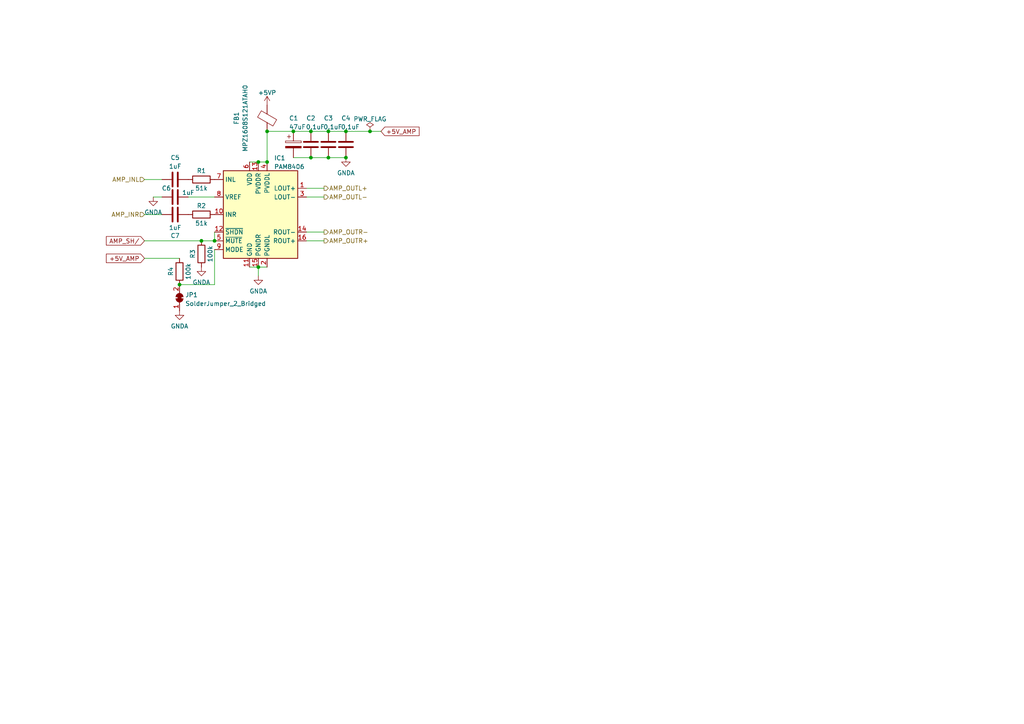
<source format=kicad_sch>
(kicad_sch (version 20230121) (generator eeschema)
  (paper "A4")
  (lib_symbols
    (symbol "Bela:PAM8406"
      (property "Reference" "IC" (at 3.81 13.97 0))
      (property "Value" "PAM8406" (at 10.16 -16.51 0))
      (symbol "PAM8406_0_1"
        (rectangle (start -10.16 11.43) (end 11.43 -13.97) (stroke (width 0.254)) (fill (type background)))
      )
      (symbol "PAM8406_1_1"
        (pin output line (at 13.97 6.35 180) (length 2.54) (name "LOUT+") (number "1"))
        (pin input line (at -12.7 -1.27 0) (length 2.54) (name "INR") (number "10"))
        (pin power_in line (at -2.54 -16.51 90) (length 2.54) (name "GND") (number "11"))
        (pin input line (at -12.7 -6.35 0) (length 2.54) (name "~{SHDN}") (number "12"))
        (pin power_in line (at 0 13.97 270) (length 2.54) (name "PVDDR") (number "13"))
        (pin output line (at 13.97 -6.35 180) (length 2.54) (name "ROUT-") (number "14"))
        (pin power_in line (at 0 -16.51 90) (length 2.54) (name "PGNDR") (number "15"))
        (pin output line (at 13.97 -8.89 180) (length 2.54) (name "ROUT+") (number "16"))
        (pin power_in line (at 2.54 -16.51 90) (length 2.54) (name "PGNDL") (number "2"))
        (pin output line (at 13.97 3.81 180) (length 2.54) (name "LOUT-") (number "3"))
        (pin power_in line (at 2.54 13.97 270) (length 2.54) (name "PVDDL") (number "4"))
        (pin input line (at -12.7 -8.89 0) (length 2.54) (name "~{MUTE}") (number "5"))
        (pin power_in line (at -2.54 13.97 270) (length 2.54) (name "VDD") (number "6"))
        (pin input line (at -12.7 8.89 0) (length 2.54) (name "INL") (number "7"))
        (pin input line (at -12.7 3.81 0) (length 2.54) (name "VREF") (number "8"))
        (pin input line (at -12.7 -11.43 0) (length 2.54) (name "MODE") (number "9"))
      )
    )
    (symbol "Device:C" (pin_numbers hide) (pin_names (offset 0.254))
      (property "Reference" "C" (at 0.635 2.54 0))
      (property "Value" "C" (at 0.635 -2.54 0))
      (symbol "C_0_1"
        (polyline (pts (xy -2.032 -0.762) (xy 2.032 -0.762)) (stroke (width 0.508)))
        (polyline (pts (xy -2.032 0.762) (xy 2.032 0.762)) (stroke (width 0.508)))
      )
      (symbol "C_1_1"
        (pin passive line (at 0 3.81 270) (length 2.794) (name "~") (number "1"))
        (pin passive line (at 0 -3.81 90) (length 2.794) (name "~") (number "2"))
      )
    )
    (symbol "Device:C_Polarized" (pin_numbers hide) (pin_names (offset 0.254))
      (property "Reference" "C" (at 0.635 2.54 0))
      (property "Value" "C_Polarized" (at 0.635 -2.54 0))
      (symbol "C_Polarized_0_1"
        (rectangle (start -2.286 0.508) (end 2.286 1.016))
        (polyline (pts (xy -1.778 2.286) (xy -0.762 2.286)))
        (polyline (pts (xy -1.27 2.794) (xy -1.27 1.778)))
        (rectangle (start 2.286 -0.508) (end -2.286 -1.016) (fill (type outline)))
      )
      (symbol "C_Polarized_1_1"
        (pin passive line (at 0 3.81 270) (length 2.794) (name "~") (number "1"))
        (pin passive line (at 0 -3.81 90) (length 2.794) (name "~") (number "2"))
      )
    )
    (symbol "Device:FerriteBead" (pin_numbers hide) (pin_names (offset 0))
      (property "Reference" "FB" (at -3.81 0.635 90))
      (property "Value" "FerriteBead" (at 3.81 0 90))
      (symbol "FerriteBead_0_1"
        (polyline (pts (xy 0 -1.27) (xy 0 -1.2192)))
        (polyline (pts (xy 0 1.27) (xy 0 1.2954)))
        (polyline (pts (xy -2.7686 0.4064) (xy -1.7018 2.2606) (xy 2.7686 -0.3048) (xy 1.6764 -2.159) (xy -2.7686 0.4064)))
      )
      (symbol "FerriteBead_1_1"
        (pin passive line (at 0 3.81 270) (length 2.54) (name "~") (number "1"))
        (pin passive line (at 0 -3.81 90) (length 2.54) (name "~") (number "2"))
      )
    )
    (symbol "Device:R" (pin_numbers hide) (pin_names (offset 0))
      (property "Reference" "R" (at 2.032 0 90))
      (property "Value" "R" (at 0 0 90))
      (symbol "R_0_1"
        (rectangle (start -1.016 -2.54) (end 1.016 2.54) (stroke (width 0.254)))
      )
      (symbol "R_1_1"
        (pin passive line (at 0 3.81 270) (length 1.27) (name "~") (number "1"))
        (pin passive line (at 0 -3.81 90) (length 1.27) (name "~") (number "2"))
      )
    )
    (symbol "Jumper:SolderJumper_2_Bridged" (pin_names (offset 0) hide)
      (property "Reference" "JP" (at 0 2.032 0))
      (property "Value" "SolderJumper_2_Bridged" (at 0 -2.54 0))
      (symbol "SolderJumper_2_Bridged_0_1"
        (rectangle (start -0.508 0.508) (end 0.508 -0.508) (fill (type outline)))
        (arc (start -0.254 1.016) (mid -1.2655 0) (end -0.254 -1.016))
        (arc (start -0.254 1.016) (mid -1.2655 0) (end -0.254 -1.016) (fill (type outline)))
        (polyline (pts (xy -0.254 1.016) (xy -0.254 -1.016)))
        (polyline (pts (xy 0.254 1.016) (xy 0.254 -1.016)))
        (arc (start 0.254 -1.016) (mid 1.2655 0) (end 0.254 1.016))
        (arc (start 0.254 -1.016) (mid 1.2655 0) (end 0.254 1.016) (fill (type outline)))
      )
      (symbol "SolderJumper_2_Bridged_1_1"
        (pin passive line (at -3.81 0 0) (length 2.54) (name "A") (number "1"))
        (pin passive line (at 3.81 0 180) (length 2.54) (name "B") (number "2"))
      )
    )
    (symbol "power:+5VP" (power) (pin_names (offset 0))
      (property "Value" "+5VP" (at 0 3.556 0))
      (symbol "+5VP_0_1"
        (polyline (pts (xy -0.762 1.27) (xy 0 2.54)))
        (polyline (pts (xy 0 0) (xy 0 2.54)))
        (polyline (pts (xy 0 2.54) (xy 0.762 1.27)))
      )
      (symbol "+5VP_1_1"
        (pin power_in line (at 0 0 90) (length 0) hide (name "+5VP") (number "1"))
      )
    )
    (symbol "power:GNDA" (power) (pin_names (offset 0))
      (property "Value" "GNDA" (at 0 -3.81 0))
      (symbol "GNDA_0_1"
        (polyline (pts (xy 0 0) (xy 0 -1.27) (xy 1.27 -1.27) (xy 0 -2.54) (xy -1.27 -1.27) (xy 0 -1.27)))
      )
      (symbol "GNDA_1_1"
        (pin power_in line (at 0 0 270) (length 0) hide (name "GNDA") (number "1"))
      )
    )
    (symbol "power:PWR_FLAG" (power) (pin_numbers hide) (pin_names (offset 0) hide)
      (property "Value" "PWR_FLAG" (at 0 3.81 0))
      (symbol "PWR_FLAG_0_0"
        (pin power_out line (at 0 0 90) (length 0) (name "pwr") (number "1"))
      )
      (symbol "PWR_FLAG_0_1"
        (polyline (pts (xy 0 0) (xy 0 1.27) (xy -1.016 1.905) (xy 0 2.54) (xy 1.016 1.905) (xy 0 1.27)))
      )
    )
  )
  (junction (at 52.07 82.55))
  (junction (at 95.25 45.72))
  (junction (at 100.33 45.72))
  (junction (at 74.93 77.47))
  (junction (at 77.47 38.1))
  (junction (at 107.315 38.1))
  (junction (at 74.93 46.99))
  (junction (at 95.25 38.1))
  (junction (at 90.17 45.72))
  (junction (at 90.17 38.1))
  (junction (at 58.42 69.85))
  (junction (at 77.47 46.99))
  (junction (at 85.09 38.1))
  (junction (at 100.33 38.1))
  (junction (at 62.23 69.85))
  (wire (pts (xy 77.47 38.1) (xy 85.09 38.1)))
  (wire (pts (xy 62.23 82.55) (xy 62.23 72.39)))
  (wire (pts (xy 41.91 74.93) (xy 52.07 74.93)))
  (wire (pts (xy 93.98 67.31) (xy 88.9 67.31)))
  (wire (pts (xy 85.09 45.72) (xy 90.17 45.72)))
  (wire (pts (xy 54.61 57.15) (xy 62.23 57.15)))
  (wire (pts (xy 95.25 38.1) (xy 100.33 38.1)))
  (wire (pts (xy 74.93 77.47) (xy 77.47 77.47)))
  (wire (pts (xy 41.91 69.85) (xy 58.42 69.85)))
  (wire (pts (xy 100.33 38.1) (xy 107.315 38.1)))
  (wire (pts (xy 95.25 45.72) (xy 100.33 45.72)))
  (wire (pts (xy 85.09 38.1) (xy 90.17 38.1)))
  (wire (pts (xy 93.98 57.15) (xy 88.9 57.15)))
  (wire (pts (xy 90.17 45.72) (xy 95.25 45.72)))
  (wire (pts (xy 93.98 69.85) (xy 88.9 69.85)))
  (wire (pts (xy 41.91 62.23) (xy 46.99 62.23)))
  (wire (pts (xy 72.39 77.47) (xy 74.93 77.47)))
  (wire (pts (xy 74.93 46.99) (xy 77.47 46.99)))
  (wire (pts (xy 93.98 54.61) (xy 88.9 54.61)))
  (wire (pts (xy 44.45 57.15) (xy 46.99 57.15)))
  (wire (pts (xy 72.39 46.99) (xy 74.93 46.99)))
  (wire (pts (xy 90.17 38.1) (xy 95.25 38.1)))
  (wire (pts (xy 52.07 82.55) (xy 62.23 82.55)))
  (wire (pts (xy 74.93 77.47) (xy 74.93 80.01)))
  (wire (pts (xy 77.47 38.1) (xy 77.47 46.99)))
  (wire (pts (xy 58.42 69.85) (xy 62.23 69.85)))
  (wire (pts (xy 62.23 67.31) (xy 62.23 69.85)))
  (wire (pts (xy 41.91 52.07) (xy 46.99 52.07)))
  (wire (pts (xy 107.315 38.1) (xy 110.49 38.1)))
  (global_label "+5V_AMP" (shape input) (at 110.49 38.1 0) (property "Intersheetrefs" "${INTERSHEET_REFS}" (effects hide)))
  (global_label "AMP_SH{slash}" (shape input) (at 41.91 69.85 180) (property "Intersheetrefs" "${INTERSHEET_REFS}" (effects hide)))
  (global_label "+5V_AMP" (shape input) (at 41.91 74.93 180) (property "Intersheetrefs" "${INTERSHEET_REFS}" (effects hide)))
  (hierarchical_label "AMP_OUTL-" (shape output) (at 93.98 57.15 0))
  (hierarchical_label "AMP_INL" (shape input) (at 41.91 52.07 180))
  (hierarchical_label "AMP_OUTL+" (shape output) (at 93.98 54.61 0))
  (hierarchical_label "AMP_OUTR+" (shape output) (at 93.98 69.85 0))
  (hierarchical_label "AMP_OUTR-" (shape output) (at 93.98 67.31 0))
  (hierarchical_label "AMP_INR" (shape input) (at 41.91 62.23 180))
  (symbol (lib_id "power:GNDA") (at 100.33 45.72 0) (unit 1)
    (property "Reference" "#PWR02" (effects hide))
    (property "Value" "GNDA" (at 100.33 50.1634 0))
  )
  (symbol (lib_id "power:GNDA") (at 52.07 90.17 0) (unit 1)
    (property "Reference" "#PWR06" (effects hide))
    (property "Value" "GNDA" (at 52.07 94.6134 0))
  )
  (symbol (lib_id "Device:R") (at 52.07 78.74 0) (unit 1)
    (property "Reference" "R4" (at 49.53 78.74 90))
    (property "Value" "100k" (at 54.61 78.74 90))
    (property "Footprint" "Resistor_SMD:R_0603_1608Metric" (effects hide))
  )
  (symbol (lib_id "Device:C") (at 95.25 41.91 180) (unit 1)
    (property "Reference" "C3" (at 95.25 34.29 0))
    (property "Value" "0.1uF" (at 96.52 36.83 0))
    (property "Footprint" "Capacitor_SMD:C_0603_1608Metric" (effects hide))
  )
  (symbol (lib_id "power:+5VP") (at 77.47 30.48 0) (unit 1)
    (property "Reference" "#PWR01" (effects hide))
    (property "Value" "+5VP" (at 77.47 26.9042 0))
  )
  (symbol (lib_id "Device:R") (at 58.42 62.23 270) (unit 1)
    (property "Reference" "R2" (at 58.42 59.69 90))
    (property "Value" "51k" (at 58.42 64.77 90))
    (property "Footprint" "Resistor_SMD:R_0603_1608Metric" (effects hide))
  )
  (symbol (lib_id "Device:R") (at 58.42 73.66 0) (unit 1)
    (property "Reference" "R3" (at 55.88 73.66 90))
    (property "Value" "100k" (at 60.96 73.66 90))
    (property "Footprint" "Resistor_SMD:R_0603_1608Metric" (effects hide))
  )
  (symbol (lib_id "Device:C") (at 100.33 41.91 180) (unit 1)
    (property "Reference" "C4" (at 100.33 34.29 0))
    (property "Value" "0.1uF" (at 101.6 36.83 0))
    (property "Footprint" "Capacitor_SMD:C_0603_1608Metric" (effects hide))
  )
  (symbol (lib_id "power:GNDA") (at 44.45 57.15 0) (unit 1)
    (property "Reference" "#PWR03" (effects hide))
    (property "Value" "GNDA" (at 44.45 61.5934 0))
  )
  (symbol (lib_id "power:GNDA") (at 58.42 77.47 0) (unit 1)
    (property "Reference" "#PWR04" (effects hide))
    (property "Value" "GNDA" (at 58.42 81.9134 0))
  )
  (symbol (lib_id "power:PWR_FLAG") (at 107.315 38.1 0) (unit 1)
    (property "Reference" "#FLG0102" (effects hide))
    (property "Value" "PWR_FLAG" (at 107.315 34.5242 0))
  )
  (symbol (lib_id "Device:R") (at 58.42 52.07 270) (unit 1)
    (property "Reference" "R1" (at 58.42 49.53 90))
    (property "Value" "51k" (at 58.42 54.61 90))
    (property "Footprint" "Resistor_SMD:R_0603_1608Metric" (effects hide))
  )
  (symbol (lib_id "power:GNDA") (at 74.93 80.01 0) (unit 1)
    (property "Reference" "#PWR05" (effects hide))
    (property "Value" "GNDA" (at 74.93 84.4534 0))
  )
  (symbol (lib_id "Device:C") (at 50.8 57.15 270) (unit 1)
    (property "Reference" "C6" (at 48.26 54.61 90))
    (property "Value" "1uF" (at 54.61 55.88 90))
    (property "Footprint" "Capacitor_SMD:C_0603_1608Metric" (effects hide))
  )
  (symbol (lib_id "Device:C") (at 90.17 41.91 180) (unit 1)
    (property "Reference" "C2" (at 90.17 34.29 0))
    (property "Value" "0.1uF" (at 91.44 36.83 0))
    (property "Footprint" "Capacitor_SMD:C_0603_1608Metric" (effects hide))
  )
  (symbol (lib_id "Device:FerriteBead") (at 77.47 34.29 180) (unit 1)
    (property "Reference" "FB1" (at 68.58 34.29 90))
    (property "Value" "MPZ1608S121ATAH0" (at 71.12 34.29 90))
    (property "Footprint" "Inductor_SMD:L_0603_1608Metric" (effects hide))
  )
  (symbol (lib_id "Device:C") (at 50.8 62.23 270) (unit 1)
    (property "Reference" "C7" (at 50.8 68.3555 90))
    (property "Value" "1uF" (at 50.8 66.04 90))
    (property "Footprint" "Capacitor_SMD:C_0603_1608Metric" (effects hide))
  )
  (symbol (lib_id "Bela:PAM8406") (at 74.93 60.96 0) (unit 1)
    (property "Reference" "IC1" (at 79.4894 45.8302 0) (effects (justify left)))
    (property "Value" "PAM8406" (at 79.4894 48.3671 0) (effects (justify left)))
    (property "Footprint" "Package_SO:SO-16_3.9x9.9mm_P1.27mm" (effects hide))
  )
  (symbol (lib_id "Device:C_Polarized") (at 85.09 41.91 0) (unit 1)
    (property "Reference" "C1" (at 83.82 34.29 0) (effects (justify left)))
    (property "Value" "47uF" (at 83.82 36.83 0) (effects (justify left)))
    (property "Footprint" "Capacitor_SMD:C_1206_3216Metric" (effects hide))
  )
  (symbol (lib_id "Jumper:SolderJumper_2_Bridged") (at 52.07 86.36 90) (unit 1)
    (property "Reference" "JP1" (at 53.721 85.5253 90) (effects (justify right)))
    (property "Value" "SolderJumper_2_Bridged" (at 53.721 88.0622 90) (effects (justify right)))
    (property "Footprint" "Jumper:SolderJumper-2_P1.3mm_Bridged_Pad1.0x1.5mm" (effects hide))
  )
  (symbol (lib_id "Device:C") (at 50.8 52.07 270) (unit 1)
    (property "Reference" "C5" (at 50.8 45.72 90))
    (property "Value" "1uF" (at 50.8 48.26 90))
    (property "Footprint" "Capacitor_SMD:C_0603_1608Metric" (effects hide))
  )
)
</source>
